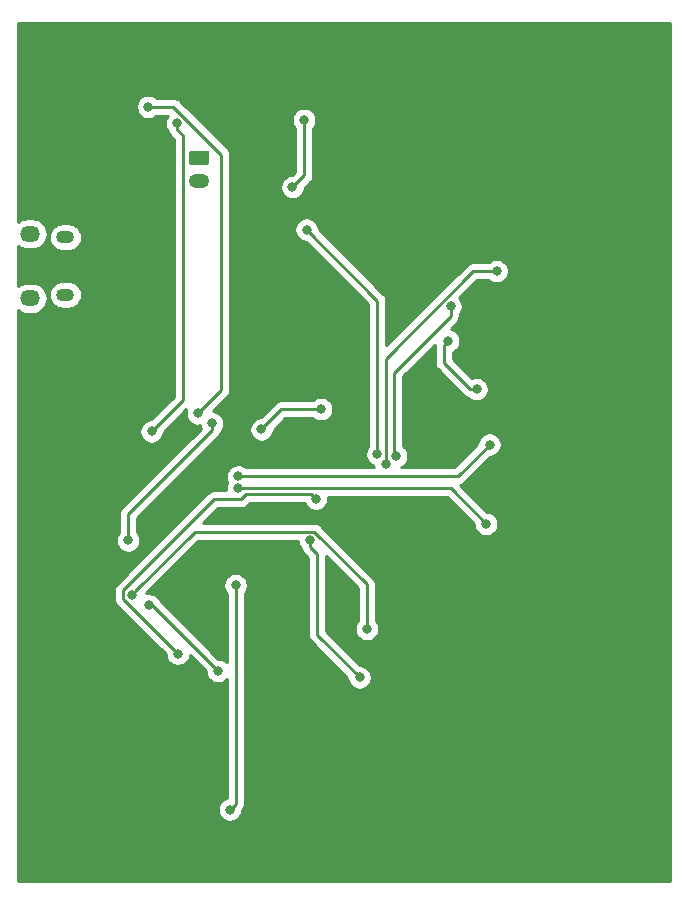
<source format=gbr>
G04 #@! TF.GenerationSoftware,KiCad,Pcbnew,5.1.5-52549c5~84~ubuntu18.04.1*
G04 #@! TF.CreationDate,2020-02-09T17:39:49-05:00*
G04 #@! TF.ProjectId,SoundBoard,536f756e-6442-46f6-9172-642e6b696361,rev?*
G04 #@! TF.SameCoordinates,Original*
G04 #@! TF.FileFunction,Copper,L2,Bot*
G04 #@! TF.FilePolarity,Positive*
%FSLAX46Y46*%
G04 Gerber Fmt 4.6, Leading zero omitted, Abs format (unit mm)*
G04 Created by KiCad (PCBNEW 5.1.5-52549c5~84~ubuntu18.04.1) date 2020-02-09 17:39:49*
%MOMM*%
%LPD*%
G04 APERTURE LIST*
%ADD10O,1.700000X1.350000*%
%ADD11O,1.500000X1.100000*%
%ADD12O,1.750000X1.200000*%
%ADD13C,0.100000*%
%ADD14C,0.800000*%
%ADD15C,0.250000*%
%ADD16C,0.254000*%
G04 APERTURE END LIST*
D10*
X119985000Y-79655000D03*
X119985000Y-74195000D03*
D11*
X122985000Y-79345000D03*
X122985000Y-74505000D03*
D12*
X134300000Y-69750000D03*
G04 #@! TA.AperFunction,ComponentPad*
D13*
G36*
X134949505Y-67151204D02*
G01*
X134973773Y-67154804D01*
X134997572Y-67160765D01*
X135020671Y-67169030D01*
X135042850Y-67179520D01*
X135063893Y-67192132D01*
X135083599Y-67206747D01*
X135101777Y-67223223D01*
X135118253Y-67241401D01*
X135132868Y-67261107D01*
X135145480Y-67282150D01*
X135155970Y-67304329D01*
X135164235Y-67327428D01*
X135170196Y-67351227D01*
X135173796Y-67375495D01*
X135175000Y-67399999D01*
X135175000Y-68100001D01*
X135173796Y-68124505D01*
X135170196Y-68148773D01*
X135164235Y-68172572D01*
X135155970Y-68195671D01*
X135145480Y-68217850D01*
X135132868Y-68238893D01*
X135118253Y-68258599D01*
X135101777Y-68276777D01*
X135083599Y-68293253D01*
X135063893Y-68307868D01*
X135042850Y-68320480D01*
X135020671Y-68330970D01*
X134997572Y-68339235D01*
X134973773Y-68345196D01*
X134949505Y-68348796D01*
X134925001Y-68350000D01*
X133674999Y-68350000D01*
X133650495Y-68348796D01*
X133626227Y-68345196D01*
X133602428Y-68339235D01*
X133579329Y-68330970D01*
X133557150Y-68320480D01*
X133536107Y-68307868D01*
X133516401Y-68293253D01*
X133498223Y-68276777D01*
X133481747Y-68258599D01*
X133467132Y-68238893D01*
X133454520Y-68217850D01*
X133444030Y-68195671D01*
X133435765Y-68172572D01*
X133429804Y-68148773D01*
X133426204Y-68124505D01*
X133425000Y-68100001D01*
X133425000Y-67399999D01*
X133426204Y-67375495D01*
X133429804Y-67351227D01*
X133435765Y-67327428D01*
X133444030Y-67304329D01*
X133454520Y-67282150D01*
X133467132Y-67261107D01*
X133481747Y-67241401D01*
X133498223Y-67223223D01*
X133516401Y-67206747D01*
X133536107Y-67192132D01*
X133557150Y-67179520D01*
X133579329Y-67169030D01*
X133602428Y-67160765D01*
X133626227Y-67154804D01*
X133650495Y-67151204D01*
X133674999Y-67150000D01*
X134925001Y-67150000D01*
X134949505Y-67151204D01*
G37*
G04 #@! TD.AperFunction*
D14*
X172500000Y-101050000D03*
X167100000Y-84350000D03*
X163100000Y-82650000D03*
X163000000Y-77050000D03*
X159300000Y-80150000D03*
X138900000Y-85450000D03*
X122800000Y-106350000D03*
X130100000Y-94150000D03*
X147200000Y-92650000D03*
X144200000Y-112750000D03*
X163000000Y-113950000D03*
X143500000Y-71650000D03*
X142900000Y-75550000D03*
X138700000Y-60750000D03*
X138400000Y-63750000D03*
X135000000Y-63750000D03*
X132087340Y-123562660D03*
X127700000Y-112850000D03*
X127000000Y-107550000D03*
X151800000Y-98850000D03*
X142200000Y-70250000D03*
X143200000Y-64550000D03*
X135400000Y-90250000D03*
X128300000Y-100150000D03*
X137400000Y-103950000D03*
X136900000Y-122950000D03*
X137612651Y-94737346D03*
X158900000Y-92050000D03*
X158600000Y-98750000D03*
X137600000Y-95750000D03*
X148500000Y-107650000D03*
X128600000Y-104750000D03*
X157800000Y-87350000D03*
X155400000Y-83250000D03*
X139575000Y-90750000D03*
X144625000Y-89050000D03*
X135900000Y-111200000D03*
X130050000Y-105650000D03*
X143700000Y-100150000D03*
X147900000Y-111750000D03*
X132500000Y-109750000D03*
X143400000Y-73850001D03*
X144200000Y-96625000D03*
X149400000Y-92850000D03*
X155600000Y-80350000D03*
X150992914Y-93031065D03*
X159500000Y-77350000D03*
X150095769Y-93694547D03*
X134200000Y-89400000D03*
X130000000Y-63450000D03*
X132449990Y-64850000D03*
X130275153Y-90925153D03*
D15*
X167100000Y-84350000D02*
X166700000Y-84750000D01*
X142200000Y-70250000D02*
X143200000Y-69250000D01*
X143200000Y-69250000D02*
X143200000Y-64550000D01*
X135400000Y-90815685D02*
X128300000Y-97915685D01*
X135400000Y-90250000D02*
X135400000Y-90815685D01*
X128300000Y-97915685D02*
X128300000Y-100150000D01*
X137400000Y-103950000D02*
X137400000Y-122450000D01*
X137400000Y-122450000D02*
X136900000Y-122950000D01*
X137612651Y-94737346D02*
X156212654Y-94737346D01*
X156212654Y-94737346D02*
X158900000Y-92050000D01*
X155600000Y-95750000D02*
X138165685Y-95750000D01*
X158600000Y-98750000D02*
X155600000Y-95750000D01*
X138165685Y-95750000D02*
X137600000Y-95750000D01*
X128999999Y-104350001D02*
X128600000Y-104750000D01*
X148500000Y-103876998D02*
X144048001Y-99424999D01*
X148500000Y-107650000D02*
X148500000Y-103876998D01*
X144048001Y-99424999D02*
X133925001Y-99424999D01*
X133925001Y-99424999D02*
X128999999Y-104350001D01*
X157234315Y-87350000D02*
X155000000Y-85115685D01*
X157800000Y-87350000D02*
X157234315Y-87350000D01*
X155000000Y-85115685D02*
X155000000Y-83650000D01*
X155000000Y-83650000D02*
X155400000Y-83250000D01*
X139575000Y-90750000D02*
X141275000Y-89050000D01*
X141275000Y-89050000D02*
X144625000Y-89050000D01*
X135900000Y-111200000D02*
X130350000Y-105650000D01*
X130350000Y-105650000D02*
X130050000Y-105650000D01*
X143700000Y-100715685D02*
X144300000Y-101315685D01*
X143700000Y-100150000D02*
X143700000Y-100715685D01*
X144300000Y-101315685D02*
X144300000Y-108150000D01*
X144300000Y-108150000D02*
X147900000Y-111750000D01*
X149400000Y-79850001D02*
X149400000Y-92284315D01*
X143400000Y-73850001D02*
X149400000Y-79850001D01*
X149400000Y-92284315D02*
X149400000Y-92850000D01*
X143800001Y-96225001D02*
X144200000Y-96625000D01*
X138298001Y-96225001D02*
X143800001Y-96225001D01*
X137848001Y-96675001D02*
X138298001Y-96225001D01*
X132500000Y-109750000D02*
X127874999Y-105124999D01*
X135574999Y-96675001D02*
X137848001Y-96675001D01*
X127874999Y-105124999D02*
X127874999Y-104375001D01*
X127874999Y-104375001D02*
X135574999Y-96675001D01*
X150800000Y-92838151D02*
X150992914Y-93031065D01*
X150800000Y-85950000D02*
X150800000Y-92838151D01*
X155600000Y-80350000D02*
X155600000Y-81150000D01*
X155600000Y-81150000D02*
X150800000Y-85950000D01*
X150095769Y-93128862D02*
X150095769Y-93694547D01*
X159500000Y-77350000D02*
X157526998Y-77350000D01*
X150095769Y-92472767D02*
X150125001Y-92501999D01*
X150095769Y-84781229D02*
X150095769Y-92472767D01*
X150125001Y-92501999D02*
X150125001Y-93099630D01*
X150125001Y-93099630D02*
X150095769Y-93128862D01*
X157526998Y-77350000D02*
X150095769Y-84781229D01*
X132122992Y-63450000D02*
X130000000Y-63450000D01*
X136200000Y-67527008D02*
X132122992Y-63450000D01*
X134200000Y-89400000D02*
X136200000Y-87400000D01*
X136200000Y-87400000D02*
X136200000Y-67527008D01*
X132900000Y-88300306D02*
X130275153Y-90925153D01*
X132449990Y-65415685D02*
X132900000Y-65865695D01*
X132900000Y-65865695D02*
X132900000Y-88300306D01*
X132449990Y-64850000D02*
X132449990Y-65415685D01*
D16*
G36*
X174140001Y-128990000D02*
G01*
X118960000Y-128990000D01*
X118960000Y-104375001D01*
X127111323Y-104375001D01*
X127114999Y-104412323D01*
X127114999Y-105087677D01*
X127111323Y-105124999D01*
X127114999Y-105162321D01*
X127114999Y-105162331D01*
X127125996Y-105273984D01*
X127151407Y-105357753D01*
X127169453Y-105417245D01*
X127240025Y-105549275D01*
X127279870Y-105597825D01*
X127334998Y-105665000D01*
X127364002Y-105688803D01*
X131465000Y-109789802D01*
X131465000Y-109851939D01*
X131504774Y-110051898D01*
X131582795Y-110240256D01*
X131696063Y-110409774D01*
X131840226Y-110553937D01*
X132009744Y-110667205D01*
X132198102Y-110745226D01*
X132398061Y-110785000D01*
X132601939Y-110785000D01*
X132801898Y-110745226D01*
X132990256Y-110667205D01*
X133159774Y-110553937D01*
X133303937Y-110409774D01*
X133417205Y-110240256D01*
X133495226Y-110051898D01*
X133525400Y-109900202D01*
X134865000Y-111239802D01*
X134865000Y-111301939D01*
X134904774Y-111501898D01*
X134982795Y-111690256D01*
X135096063Y-111859774D01*
X135240226Y-112003937D01*
X135409744Y-112117205D01*
X135598102Y-112195226D01*
X135798061Y-112235000D01*
X136001939Y-112235000D01*
X136201898Y-112195226D01*
X136390256Y-112117205D01*
X136559774Y-112003937D01*
X136640000Y-111923711D01*
X136640001Y-121946440D01*
X136598102Y-121954774D01*
X136409744Y-122032795D01*
X136240226Y-122146063D01*
X136096063Y-122290226D01*
X135982795Y-122459744D01*
X135904774Y-122648102D01*
X135865000Y-122848061D01*
X135865000Y-123051939D01*
X135904774Y-123251898D01*
X135982795Y-123440256D01*
X136096063Y-123609774D01*
X136240226Y-123753937D01*
X136409744Y-123867205D01*
X136598102Y-123945226D01*
X136798061Y-123985000D01*
X137001939Y-123985000D01*
X137201898Y-123945226D01*
X137390256Y-123867205D01*
X137559774Y-123753937D01*
X137703937Y-123609774D01*
X137817205Y-123440256D01*
X137895226Y-123251898D01*
X137935000Y-123051939D01*
X137935000Y-122994105D01*
X137940001Y-122990001D01*
X138034974Y-122874276D01*
X138105546Y-122742247D01*
X138149003Y-122598986D01*
X138160000Y-122487333D01*
X138160000Y-122487325D01*
X138163676Y-122450000D01*
X138160000Y-122412675D01*
X138160000Y-104653711D01*
X138203937Y-104609774D01*
X138317205Y-104440256D01*
X138395226Y-104251898D01*
X138435000Y-104051939D01*
X138435000Y-103848061D01*
X138395226Y-103648102D01*
X138317205Y-103459744D01*
X138203937Y-103290226D01*
X138059774Y-103146063D01*
X137890256Y-103032795D01*
X137701898Y-102954774D01*
X137501939Y-102915000D01*
X137298061Y-102915000D01*
X137098102Y-102954774D01*
X136909744Y-103032795D01*
X136740226Y-103146063D01*
X136596063Y-103290226D01*
X136482795Y-103459744D01*
X136404774Y-103648102D01*
X136365000Y-103848061D01*
X136365000Y-104051939D01*
X136404774Y-104251898D01*
X136482795Y-104440256D01*
X136596063Y-104609774D01*
X136640000Y-104653711D01*
X136640000Y-110476289D01*
X136559774Y-110396063D01*
X136390256Y-110282795D01*
X136201898Y-110204774D01*
X136001939Y-110165000D01*
X135939802Y-110165000D01*
X130990299Y-105215498D01*
X130967205Y-105159744D01*
X130853937Y-104990226D01*
X130709774Y-104846063D01*
X130540256Y-104732795D01*
X130351898Y-104654774D01*
X130151939Y-104615000D01*
X129948061Y-104615000D01*
X129775471Y-104649330D01*
X134239803Y-100184999D01*
X142665000Y-100184999D01*
X142665000Y-100251939D01*
X142704774Y-100451898D01*
X142782795Y-100640256D01*
X142896063Y-100809774D01*
X142951013Y-100864724D01*
X142994454Y-101007932D01*
X143002743Y-101023439D01*
X143065026Y-101139961D01*
X143136201Y-101226687D01*
X143160000Y-101255686D01*
X143188998Y-101279484D01*
X143540000Y-101630487D01*
X143540001Y-108112668D01*
X143536324Y-108150000D01*
X143540001Y-108187333D01*
X143550998Y-108298986D01*
X143564180Y-108342442D01*
X143594454Y-108442246D01*
X143665026Y-108574276D01*
X143723254Y-108645226D01*
X143760000Y-108690001D01*
X143788998Y-108713799D01*
X146865000Y-111789802D01*
X146865000Y-111851939D01*
X146904774Y-112051898D01*
X146982795Y-112240256D01*
X147096063Y-112409774D01*
X147240226Y-112553937D01*
X147409744Y-112667205D01*
X147598102Y-112745226D01*
X147798061Y-112785000D01*
X148001939Y-112785000D01*
X148201898Y-112745226D01*
X148390256Y-112667205D01*
X148559774Y-112553937D01*
X148703937Y-112409774D01*
X148817205Y-112240256D01*
X148895226Y-112051898D01*
X148935000Y-111851939D01*
X148935000Y-111648061D01*
X148895226Y-111448102D01*
X148817205Y-111259744D01*
X148703937Y-111090226D01*
X148559774Y-110946063D01*
X148390256Y-110832795D01*
X148201898Y-110754774D01*
X148001939Y-110715000D01*
X147939802Y-110715000D01*
X145060000Y-107835199D01*
X145060000Y-101511799D01*
X147740001Y-104191801D01*
X147740000Y-106946289D01*
X147696063Y-106990226D01*
X147582795Y-107159744D01*
X147504774Y-107348102D01*
X147465000Y-107548061D01*
X147465000Y-107751939D01*
X147504774Y-107951898D01*
X147582795Y-108140256D01*
X147696063Y-108309774D01*
X147840226Y-108453937D01*
X148009744Y-108567205D01*
X148198102Y-108645226D01*
X148398061Y-108685000D01*
X148601939Y-108685000D01*
X148801898Y-108645226D01*
X148990256Y-108567205D01*
X149159774Y-108453937D01*
X149303937Y-108309774D01*
X149417205Y-108140256D01*
X149495226Y-107951898D01*
X149535000Y-107751939D01*
X149535000Y-107548061D01*
X149495226Y-107348102D01*
X149417205Y-107159744D01*
X149303937Y-106990226D01*
X149260000Y-106946289D01*
X149260000Y-103914320D01*
X149263676Y-103876997D01*
X149260000Y-103839674D01*
X149260000Y-103839665D01*
X149249003Y-103728012D01*
X149205546Y-103584751D01*
X149134974Y-103452722D01*
X149040001Y-103336997D01*
X149011003Y-103313199D01*
X144611805Y-98914002D01*
X144588002Y-98884998D01*
X144472277Y-98790025D01*
X144340248Y-98719453D01*
X144196987Y-98675996D01*
X144085334Y-98664999D01*
X144085323Y-98664999D01*
X144048001Y-98661323D01*
X144010679Y-98664999D01*
X134659804Y-98664999D01*
X135889802Y-97435001D01*
X137810679Y-97435001D01*
X137848001Y-97438677D01*
X137885323Y-97435001D01*
X137885334Y-97435001D01*
X137996987Y-97424004D01*
X138140248Y-97380547D01*
X138272277Y-97309975D01*
X138388002Y-97215002D01*
X138411805Y-97185998D01*
X138612802Y-96985001D01*
X143228841Y-96985001D01*
X143282795Y-97115256D01*
X143396063Y-97284774D01*
X143540226Y-97428937D01*
X143709744Y-97542205D01*
X143898102Y-97620226D01*
X144098061Y-97660000D01*
X144301939Y-97660000D01*
X144501898Y-97620226D01*
X144690256Y-97542205D01*
X144859774Y-97428937D01*
X145003937Y-97284774D01*
X145117205Y-97115256D01*
X145195226Y-96926898D01*
X145235000Y-96726939D01*
X145235000Y-96523061D01*
X145232402Y-96510000D01*
X155285199Y-96510000D01*
X157565000Y-98789802D01*
X157565000Y-98851939D01*
X157604774Y-99051898D01*
X157682795Y-99240256D01*
X157796063Y-99409774D01*
X157940226Y-99553937D01*
X158109744Y-99667205D01*
X158298102Y-99745226D01*
X158498061Y-99785000D01*
X158701939Y-99785000D01*
X158901898Y-99745226D01*
X159090256Y-99667205D01*
X159259774Y-99553937D01*
X159403937Y-99409774D01*
X159517205Y-99240256D01*
X159595226Y-99051898D01*
X159635000Y-98851939D01*
X159635000Y-98648061D01*
X159595226Y-98448102D01*
X159517205Y-98259744D01*
X159403937Y-98090226D01*
X159259774Y-97946063D01*
X159090256Y-97832795D01*
X158901898Y-97754774D01*
X158701939Y-97715000D01*
X158639802Y-97715000D01*
X156399627Y-95474826D01*
X156504901Y-95442892D01*
X156636930Y-95372320D01*
X156752655Y-95277347D01*
X156776458Y-95248343D01*
X158939802Y-93085000D01*
X159001939Y-93085000D01*
X159201898Y-93045226D01*
X159390256Y-92967205D01*
X159559774Y-92853937D01*
X159703937Y-92709774D01*
X159817205Y-92540256D01*
X159895226Y-92351898D01*
X159935000Y-92151939D01*
X159935000Y-91948061D01*
X159895226Y-91748102D01*
X159817205Y-91559744D01*
X159703937Y-91390226D01*
X159559774Y-91246063D01*
X159390256Y-91132795D01*
X159201898Y-91054774D01*
X159001939Y-91015000D01*
X158798061Y-91015000D01*
X158598102Y-91054774D01*
X158409744Y-91132795D01*
X158240226Y-91246063D01*
X158096063Y-91390226D01*
X157982795Y-91559744D01*
X157904774Y-91748102D01*
X157865000Y-91948061D01*
X157865000Y-92010198D01*
X155897853Y-93977346D01*
X151412975Y-93977346D01*
X151483170Y-93948270D01*
X151652688Y-93835002D01*
X151796851Y-93690839D01*
X151910119Y-93521321D01*
X151988140Y-93332963D01*
X152027914Y-93133004D01*
X152027914Y-92929126D01*
X151988140Y-92729167D01*
X151910119Y-92540809D01*
X151796851Y-92371291D01*
X151652688Y-92227128D01*
X151560000Y-92165196D01*
X151560000Y-86264801D01*
X154243046Y-83581756D01*
X154236324Y-83650000D01*
X154240001Y-83687332D01*
X154240000Y-85078362D01*
X154236324Y-85115685D01*
X154240000Y-85153007D01*
X154240000Y-85153017D01*
X154250997Y-85264670D01*
X154275373Y-85345028D01*
X154294454Y-85407931D01*
X154365026Y-85539961D01*
X154404871Y-85588511D01*
X154459999Y-85655686D01*
X154489003Y-85679489D01*
X156670516Y-87861003D01*
X156694314Y-87890001D01*
X156723312Y-87913799D01*
X156810039Y-87984974D01*
X156942068Y-88055546D01*
X157085276Y-88098987D01*
X157140226Y-88153937D01*
X157309744Y-88267205D01*
X157498102Y-88345226D01*
X157698061Y-88385000D01*
X157901939Y-88385000D01*
X158101898Y-88345226D01*
X158290256Y-88267205D01*
X158459774Y-88153937D01*
X158603937Y-88009774D01*
X158717205Y-87840256D01*
X158795226Y-87651898D01*
X158835000Y-87451939D01*
X158835000Y-87248061D01*
X158795226Y-87048102D01*
X158717205Y-86859744D01*
X158603937Y-86690226D01*
X158459774Y-86546063D01*
X158290256Y-86432795D01*
X158101898Y-86354774D01*
X157901939Y-86315000D01*
X157698061Y-86315000D01*
X157498102Y-86354774D01*
X157367845Y-86408728D01*
X155760000Y-84800884D01*
X155760000Y-84221159D01*
X155890256Y-84167205D01*
X156059774Y-84053937D01*
X156203937Y-83909774D01*
X156317205Y-83740256D01*
X156395226Y-83551898D01*
X156435000Y-83351939D01*
X156435000Y-83148061D01*
X156395226Y-82948102D01*
X156317205Y-82759744D01*
X156203937Y-82590226D01*
X156059774Y-82446063D01*
X155890256Y-82332795D01*
X155701898Y-82254774D01*
X155591906Y-82232895D01*
X156111003Y-81713799D01*
X156140001Y-81690001D01*
X156166332Y-81657917D01*
X156234974Y-81574277D01*
X156305546Y-81442247D01*
X156322911Y-81385000D01*
X156349003Y-81298986D01*
X156360000Y-81187333D01*
X156360000Y-81187324D01*
X156363676Y-81150001D01*
X156360000Y-81112678D01*
X156360000Y-81053711D01*
X156403937Y-81009774D01*
X156517205Y-80840256D01*
X156595226Y-80651898D01*
X156635000Y-80451939D01*
X156635000Y-80248061D01*
X156595226Y-80048102D01*
X156517205Y-79859744D01*
X156403937Y-79690226D01*
X156332755Y-79619044D01*
X157841800Y-78110000D01*
X158796289Y-78110000D01*
X158840226Y-78153937D01*
X159009744Y-78267205D01*
X159198102Y-78345226D01*
X159398061Y-78385000D01*
X159601939Y-78385000D01*
X159801898Y-78345226D01*
X159990256Y-78267205D01*
X160159774Y-78153937D01*
X160303937Y-78009774D01*
X160417205Y-77840256D01*
X160495226Y-77651898D01*
X160535000Y-77451939D01*
X160535000Y-77248061D01*
X160495226Y-77048102D01*
X160417205Y-76859744D01*
X160303937Y-76690226D01*
X160159774Y-76546063D01*
X159990256Y-76432795D01*
X159801898Y-76354774D01*
X159601939Y-76315000D01*
X159398061Y-76315000D01*
X159198102Y-76354774D01*
X159009744Y-76432795D01*
X158840226Y-76546063D01*
X158796289Y-76590000D01*
X157564321Y-76590000D01*
X157526998Y-76586324D01*
X157489675Y-76590000D01*
X157489665Y-76590000D01*
X157378012Y-76600997D01*
X157234751Y-76644454D01*
X157102722Y-76715026D01*
X156986997Y-76809999D01*
X156963199Y-76838997D01*
X150160000Y-83642197D01*
X150160000Y-79887323D01*
X150163676Y-79850000D01*
X150160000Y-79812677D01*
X150160000Y-79812668D01*
X150149003Y-79701015D01*
X150105546Y-79557754D01*
X150034974Y-79425725D01*
X150012381Y-79398195D01*
X149963799Y-79338997D01*
X149963795Y-79338993D01*
X149940001Y-79310000D01*
X149911009Y-79286207D01*
X144435000Y-73810200D01*
X144435000Y-73748062D01*
X144395226Y-73548103D01*
X144317205Y-73359745D01*
X144203937Y-73190227D01*
X144059774Y-73046064D01*
X143890256Y-72932796D01*
X143701898Y-72854775D01*
X143501939Y-72815001D01*
X143298061Y-72815001D01*
X143098102Y-72854775D01*
X142909744Y-72932796D01*
X142740226Y-73046064D01*
X142596063Y-73190227D01*
X142482795Y-73359745D01*
X142404774Y-73548103D01*
X142365000Y-73748062D01*
X142365000Y-73951940D01*
X142404774Y-74151899D01*
X142482795Y-74340257D01*
X142596063Y-74509775D01*
X142740226Y-74653938D01*
X142909744Y-74767206D01*
X143098102Y-74845227D01*
X143298061Y-74885001D01*
X143360199Y-74885001D01*
X148640000Y-80164804D01*
X148640001Y-92146288D01*
X148596063Y-92190226D01*
X148482795Y-92359744D01*
X148404774Y-92548102D01*
X148365000Y-92748061D01*
X148365000Y-92951939D01*
X148404774Y-93151898D01*
X148482795Y-93340256D01*
X148596063Y-93509774D01*
X148740226Y-93653937D01*
X148909744Y-93767205D01*
X149067982Y-93832750D01*
X149096744Y-93977346D01*
X138316362Y-93977346D01*
X138272425Y-93933409D01*
X138102907Y-93820141D01*
X137914549Y-93742120D01*
X137714590Y-93702346D01*
X137510712Y-93702346D01*
X137310753Y-93742120D01*
X137122395Y-93820141D01*
X136952877Y-93933409D01*
X136808714Y-94077572D01*
X136695446Y-94247090D01*
X136617425Y-94435448D01*
X136577651Y-94635407D01*
X136577651Y-94839285D01*
X136617425Y-95039244D01*
X136695446Y-95227602D01*
X136699859Y-95234206D01*
X136682795Y-95259744D01*
X136604774Y-95448102D01*
X136565000Y-95648061D01*
X136565000Y-95851939D01*
X136577544Y-95915001D01*
X135612321Y-95915001D01*
X135574998Y-95911325D01*
X135537675Y-95915001D01*
X135537666Y-95915001D01*
X135426013Y-95925998D01*
X135282752Y-95969455D01*
X135150723Y-96040027D01*
X135150721Y-96040028D01*
X135150722Y-96040028D01*
X135063995Y-96111202D01*
X135063991Y-96111206D01*
X135034998Y-96135000D01*
X135011204Y-96163993D01*
X127363997Y-103811202D01*
X127334999Y-103835000D01*
X127311201Y-103863998D01*
X127311200Y-103863999D01*
X127240025Y-103950725D01*
X127169453Y-104082755D01*
X127167187Y-104090226D01*
X127125996Y-104226015D01*
X127114999Y-104337668D01*
X127114999Y-104337679D01*
X127111323Y-104375001D01*
X118960000Y-104375001D01*
X118960000Y-100048061D01*
X127265000Y-100048061D01*
X127265000Y-100251939D01*
X127304774Y-100451898D01*
X127382795Y-100640256D01*
X127496063Y-100809774D01*
X127640226Y-100953937D01*
X127809744Y-101067205D01*
X127998102Y-101145226D01*
X128198061Y-101185000D01*
X128401939Y-101185000D01*
X128601898Y-101145226D01*
X128790256Y-101067205D01*
X128959774Y-100953937D01*
X129103937Y-100809774D01*
X129217205Y-100640256D01*
X129295226Y-100451898D01*
X129335000Y-100251939D01*
X129335000Y-100048061D01*
X129295226Y-99848102D01*
X129217205Y-99659744D01*
X129103937Y-99490226D01*
X129060000Y-99446289D01*
X129060000Y-98230486D01*
X135911003Y-91379484D01*
X135940001Y-91355686D01*
X136034974Y-91239961D01*
X136105546Y-91107932D01*
X136148987Y-90964724D01*
X136203937Y-90909774D01*
X136317205Y-90740256D01*
X136355393Y-90648061D01*
X138540000Y-90648061D01*
X138540000Y-90851939D01*
X138579774Y-91051898D01*
X138657795Y-91240256D01*
X138771063Y-91409774D01*
X138915226Y-91553937D01*
X139084744Y-91667205D01*
X139273102Y-91745226D01*
X139473061Y-91785000D01*
X139676939Y-91785000D01*
X139876898Y-91745226D01*
X140065256Y-91667205D01*
X140234774Y-91553937D01*
X140378937Y-91409774D01*
X140492205Y-91240256D01*
X140570226Y-91051898D01*
X140610000Y-90851939D01*
X140610000Y-90789801D01*
X141589802Y-89810000D01*
X143921289Y-89810000D01*
X143965226Y-89853937D01*
X144134744Y-89967205D01*
X144323102Y-90045226D01*
X144523061Y-90085000D01*
X144726939Y-90085000D01*
X144926898Y-90045226D01*
X145115256Y-89967205D01*
X145284774Y-89853937D01*
X145428937Y-89709774D01*
X145542205Y-89540256D01*
X145620226Y-89351898D01*
X145660000Y-89151939D01*
X145660000Y-88948061D01*
X145620226Y-88748102D01*
X145542205Y-88559744D01*
X145428937Y-88390226D01*
X145284774Y-88246063D01*
X145115256Y-88132795D01*
X144926898Y-88054774D01*
X144726939Y-88015000D01*
X144523061Y-88015000D01*
X144323102Y-88054774D01*
X144134744Y-88132795D01*
X143965226Y-88246063D01*
X143921289Y-88290000D01*
X141312322Y-88290000D01*
X141274999Y-88286324D01*
X141237676Y-88290000D01*
X141237667Y-88290000D01*
X141126014Y-88300997D01*
X140982753Y-88344454D01*
X140850723Y-88415026D01*
X140768147Y-88482795D01*
X140734999Y-88509999D01*
X140711201Y-88538997D01*
X139535199Y-89715000D01*
X139473061Y-89715000D01*
X139273102Y-89754774D01*
X139084744Y-89832795D01*
X138915226Y-89946063D01*
X138771063Y-90090226D01*
X138657795Y-90259744D01*
X138579774Y-90448102D01*
X138540000Y-90648061D01*
X136355393Y-90648061D01*
X136395226Y-90551898D01*
X136435000Y-90351939D01*
X136435000Y-90148061D01*
X136395226Y-89948102D01*
X136317205Y-89759744D01*
X136203937Y-89590226D01*
X136059774Y-89446063D01*
X135890256Y-89332795D01*
X135701898Y-89254774D01*
X135501939Y-89215000D01*
X135459801Y-89215000D01*
X136711004Y-87963798D01*
X136740001Y-87940001D01*
X136821860Y-87840256D01*
X136834974Y-87824277D01*
X136905546Y-87692247D01*
X136913710Y-87665333D01*
X136949003Y-87548986D01*
X136960000Y-87437333D01*
X136960000Y-87437324D01*
X136963676Y-87400001D01*
X136960000Y-87362678D01*
X136960000Y-70148061D01*
X141165000Y-70148061D01*
X141165000Y-70351939D01*
X141204774Y-70551898D01*
X141282795Y-70740256D01*
X141396063Y-70909774D01*
X141540226Y-71053937D01*
X141709744Y-71167205D01*
X141898102Y-71245226D01*
X142098061Y-71285000D01*
X142301939Y-71285000D01*
X142501898Y-71245226D01*
X142690256Y-71167205D01*
X142859774Y-71053937D01*
X143003937Y-70909774D01*
X143117205Y-70740256D01*
X143195226Y-70551898D01*
X143235000Y-70351939D01*
X143235000Y-70289801D01*
X143711004Y-69813798D01*
X143740001Y-69790001D01*
X143834974Y-69674276D01*
X143905546Y-69542247D01*
X143949003Y-69398986D01*
X143960000Y-69287333D01*
X143960000Y-69287332D01*
X143963677Y-69250000D01*
X143960000Y-69212667D01*
X143960000Y-65253711D01*
X144003937Y-65209774D01*
X144117205Y-65040256D01*
X144195226Y-64851898D01*
X144235000Y-64651939D01*
X144235000Y-64448061D01*
X144195226Y-64248102D01*
X144117205Y-64059744D01*
X144003937Y-63890226D01*
X143859774Y-63746063D01*
X143690256Y-63632795D01*
X143501898Y-63554774D01*
X143301939Y-63515000D01*
X143098061Y-63515000D01*
X142898102Y-63554774D01*
X142709744Y-63632795D01*
X142540226Y-63746063D01*
X142396063Y-63890226D01*
X142282795Y-64059744D01*
X142204774Y-64248102D01*
X142165000Y-64448061D01*
X142165000Y-64651939D01*
X142204774Y-64851898D01*
X142282795Y-65040256D01*
X142396063Y-65209774D01*
X142440001Y-65253712D01*
X142440000Y-68935198D01*
X142160199Y-69215000D01*
X142098061Y-69215000D01*
X141898102Y-69254774D01*
X141709744Y-69332795D01*
X141540226Y-69446063D01*
X141396063Y-69590226D01*
X141282795Y-69759744D01*
X141204774Y-69948102D01*
X141165000Y-70148061D01*
X136960000Y-70148061D01*
X136960000Y-67564330D01*
X136963676Y-67527007D01*
X136960000Y-67489685D01*
X136960000Y-67489675D01*
X136949003Y-67378022D01*
X136905546Y-67234761D01*
X136901261Y-67226745D01*
X136834974Y-67102731D01*
X136763799Y-67016005D01*
X136740001Y-66987007D01*
X136711003Y-66963209D01*
X132686796Y-62939003D01*
X132662993Y-62909999D01*
X132547268Y-62815026D01*
X132415239Y-62744454D01*
X132271978Y-62700997D01*
X132160325Y-62690000D01*
X132160314Y-62690000D01*
X132122992Y-62686324D01*
X132085670Y-62690000D01*
X130703711Y-62690000D01*
X130659774Y-62646063D01*
X130490256Y-62532795D01*
X130301898Y-62454774D01*
X130101939Y-62415000D01*
X129898061Y-62415000D01*
X129698102Y-62454774D01*
X129509744Y-62532795D01*
X129340226Y-62646063D01*
X129196063Y-62790226D01*
X129082795Y-62959744D01*
X129004774Y-63148102D01*
X128965000Y-63348061D01*
X128965000Y-63551939D01*
X129004774Y-63751898D01*
X129082795Y-63940256D01*
X129196063Y-64109774D01*
X129340226Y-64253937D01*
X129509744Y-64367205D01*
X129698102Y-64445226D01*
X129898061Y-64485000D01*
X130101939Y-64485000D01*
X130301898Y-64445226D01*
X130490256Y-64367205D01*
X130659774Y-64253937D01*
X130703711Y-64210000D01*
X131632840Y-64210000D01*
X131532785Y-64359744D01*
X131454764Y-64548102D01*
X131414990Y-64748061D01*
X131414990Y-64951939D01*
X131454764Y-65151898D01*
X131532785Y-65340256D01*
X131646053Y-65509774D01*
X131701003Y-65564724D01*
X131744444Y-65707932D01*
X131769027Y-65753921D01*
X131815016Y-65839961D01*
X131886191Y-65926687D01*
X131909990Y-65955686D01*
X131938988Y-65979484D01*
X132140000Y-66180496D01*
X132140001Y-87985503D01*
X130235352Y-89890153D01*
X130173214Y-89890153D01*
X129973255Y-89929927D01*
X129784897Y-90007948D01*
X129615379Y-90121216D01*
X129471216Y-90265379D01*
X129357948Y-90434897D01*
X129279927Y-90623255D01*
X129240153Y-90823214D01*
X129240153Y-91027092D01*
X129279927Y-91227051D01*
X129357948Y-91415409D01*
X129471216Y-91584927D01*
X129615379Y-91729090D01*
X129784897Y-91842358D01*
X129973255Y-91920379D01*
X130173214Y-91960153D01*
X130377092Y-91960153D01*
X130577051Y-91920379D01*
X130765409Y-91842358D01*
X130934927Y-91729090D01*
X131079090Y-91584927D01*
X131192358Y-91415409D01*
X131270379Y-91227051D01*
X131310153Y-91027092D01*
X131310153Y-90964954D01*
X133224409Y-89050699D01*
X133204774Y-89098102D01*
X133165000Y-89298061D01*
X133165000Y-89501939D01*
X133204774Y-89701898D01*
X133282795Y-89890256D01*
X133396063Y-90059774D01*
X133540226Y-90203937D01*
X133709744Y-90317205D01*
X133898102Y-90395226D01*
X134098061Y-90435000D01*
X134301939Y-90435000D01*
X134378493Y-90419773D01*
X134404774Y-90551898D01*
X134458728Y-90682155D01*
X127789003Y-97351881D01*
X127759999Y-97375684D01*
X127704871Y-97442859D01*
X127665026Y-97491409D01*
X127637875Y-97542205D01*
X127594454Y-97623439D01*
X127550997Y-97766700D01*
X127540000Y-97878353D01*
X127540000Y-97878363D01*
X127536324Y-97915685D01*
X127540000Y-97953008D01*
X127540001Y-99446288D01*
X127496063Y-99490226D01*
X127382795Y-99659744D01*
X127304774Y-99848102D01*
X127265000Y-100048061D01*
X118960000Y-100048061D01*
X118960000Y-80652096D01*
X119078682Y-80749495D01*
X119306259Y-80871138D01*
X119553195Y-80946045D01*
X119745649Y-80965000D01*
X120224351Y-80965000D01*
X120416805Y-80946045D01*
X120663741Y-80871138D01*
X120891318Y-80749495D01*
X121090792Y-80585792D01*
X121254495Y-80386318D01*
X121376138Y-80158741D01*
X121451045Y-79911805D01*
X121476338Y-79655000D01*
X121451045Y-79398195D01*
X121434909Y-79345000D01*
X121594267Y-79345000D01*
X121617147Y-79577300D01*
X121684906Y-79800674D01*
X121794942Y-80006536D01*
X121943025Y-80186975D01*
X122123464Y-80335058D01*
X122329326Y-80445094D01*
X122552700Y-80512853D01*
X122726793Y-80530000D01*
X123243207Y-80530000D01*
X123417300Y-80512853D01*
X123640674Y-80445094D01*
X123846536Y-80335058D01*
X124026975Y-80186975D01*
X124175058Y-80006536D01*
X124285094Y-79800674D01*
X124352853Y-79577300D01*
X124375733Y-79345000D01*
X124352853Y-79112700D01*
X124285094Y-78889326D01*
X124175058Y-78683464D01*
X124026975Y-78503025D01*
X123846536Y-78354942D01*
X123640674Y-78244906D01*
X123417300Y-78177147D01*
X123243207Y-78160000D01*
X122726793Y-78160000D01*
X122552700Y-78177147D01*
X122329326Y-78244906D01*
X122123464Y-78354942D01*
X121943025Y-78503025D01*
X121794942Y-78683464D01*
X121684906Y-78889326D01*
X121617147Y-79112700D01*
X121594267Y-79345000D01*
X121434909Y-79345000D01*
X121376138Y-79151259D01*
X121254495Y-78923682D01*
X121090792Y-78724208D01*
X120891318Y-78560505D01*
X120663741Y-78438862D01*
X120416805Y-78363955D01*
X120224351Y-78345000D01*
X119745649Y-78345000D01*
X119553195Y-78363955D01*
X119306259Y-78438862D01*
X119078682Y-78560505D01*
X118960000Y-78657904D01*
X118960000Y-75192096D01*
X119078682Y-75289495D01*
X119306259Y-75411138D01*
X119553195Y-75486045D01*
X119745649Y-75505000D01*
X120224351Y-75505000D01*
X120416805Y-75486045D01*
X120663741Y-75411138D01*
X120891318Y-75289495D01*
X121090792Y-75125792D01*
X121254495Y-74926318D01*
X121376138Y-74698741D01*
X121434908Y-74505000D01*
X121594267Y-74505000D01*
X121617147Y-74737300D01*
X121684906Y-74960674D01*
X121794942Y-75166536D01*
X121943025Y-75346975D01*
X122123464Y-75495058D01*
X122329326Y-75605094D01*
X122552700Y-75672853D01*
X122726793Y-75690000D01*
X123243207Y-75690000D01*
X123417300Y-75672853D01*
X123640674Y-75605094D01*
X123846536Y-75495058D01*
X124026975Y-75346975D01*
X124175058Y-75166536D01*
X124285094Y-74960674D01*
X124352853Y-74737300D01*
X124375733Y-74505000D01*
X124352853Y-74272700D01*
X124285094Y-74049326D01*
X124175058Y-73843464D01*
X124026975Y-73663025D01*
X123846536Y-73514942D01*
X123640674Y-73404906D01*
X123417300Y-73337147D01*
X123243207Y-73320000D01*
X122726793Y-73320000D01*
X122552700Y-73337147D01*
X122329326Y-73404906D01*
X122123464Y-73514942D01*
X121943025Y-73663025D01*
X121794942Y-73843464D01*
X121684906Y-74049326D01*
X121617147Y-74272700D01*
X121594267Y-74505000D01*
X121434908Y-74505000D01*
X121451045Y-74451805D01*
X121476338Y-74195000D01*
X121451045Y-73938195D01*
X121376138Y-73691259D01*
X121254495Y-73463682D01*
X121090792Y-73264208D01*
X120891318Y-73100505D01*
X120663741Y-72978862D01*
X120416805Y-72903955D01*
X120224351Y-72885000D01*
X119745649Y-72885000D01*
X119553195Y-72903955D01*
X119306259Y-72978862D01*
X119078682Y-73100505D01*
X118960000Y-73197904D01*
X118960000Y-56310000D01*
X174140000Y-56310000D01*
X174140001Y-128990000D01*
G37*
X174140001Y-128990000D02*
X118960000Y-128990000D01*
X118960000Y-104375001D01*
X127111323Y-104375001D01*
X127114999Y-104412323D01*
X127114999Y-105087677D01*
X127111323Y-105124999D01*
X127114999Y-105162321D01*
X127114999Y-105162331D01*
X127125996Y-105273984D01*
X127151407Y-105357753D01*
X127169453Y-105417245D01*
X127240025Y-105549275D01*
X127279870Y-105597825D01*
X127334998Y-105665000D01*
X127364002Y-105688803D01*
X131465000Y-109789802D01*
X131465000Y-109851939D01*
X131504774Y-110051898D01*
X131582795Y-110240256D01*
X131696063Y-110409774D01*
X131840226Y-110553937D01*
X132009744Y-110667205D01*
X132198102Y-110745226D01*
X132398061Y-110785000D01*
X132601939Y-110785000D01*
X132801898Y-110745226D01*
X132990256Y-110667205D01*
X133159774Y-110553937D01*
X133303937Y-110409774D01*
X133417205Y-110240256D01*
X133495226Y-110051898D01*
X133525400Y-109900202D01*
X134865000Y-111239802D01*
X134865000Y-111301939D01*
X134904774Y-111501898D01*
X134982795Y-111690256D01*
X135096063Y-111859774D01*
X135240226Y-112003937D01*
X135409744Y-112117205D01*
X135598102Y-112195226D01*
X135798061Y-112235000D01*
X136001939Y-112235000D01*
X136201898Y-112195226D01*
X136390256Y-112117205D01*
X136559774Y-112003937D01*
X136640000Y-111923711D01*
X136640001Y-121946440D01*
X136598102Y-121954774D01*
X136409744Y-122032795D01*
X136240226Y-122146063D01*
X136096063Y-122290226D01*
X135982795Y-122459744D01*
X135904774Y-122648102D01*
X135865000Y-122848061D01*
X135865000Y-123051939D01*
X135904774Y-123251898D01*
X135982795Y-123440256D01*
X136096063Y-123609774D01*
X136240226Y-123753937D01*
X136409744Y-123867205D01*
X136598102Y-123945226D01*
X136798061Y-123985000D01*
X137001939Y-123985000D01*
X137201898Y-123945226D01*
X137390256Y-123867205D01*
X137559774Y-123753937D01*
X137703937Y-123609774D01*
X137817205Y-123440256D01*
X137895226Y-123251898D01*
X137935000Y-123051939D01*
X137935000Y-122994105D01*
X137940001Y-122990001D01*
X138034974Y-122874276D01*
X138105546Y-122742247D01*
X138149003Y-122598986D01*
X138160000Y-122487333D01*
X138160000Y-122487325D01*
X138163676Y-122450000D01*
X138160000Y-122412675D01*
X138160000Y-104653711D01*
X138203937Y-104609774D01*
X138317205Y-104440256D01*
X138395226Y-104251898D01*
X138435000Y-104051939D01*
X138435000Y-103848061D01*
X138395226Y-103648102D01*
X138317205Y-103459744D01*
X138203937Y-103290226D01*
X138059774Y-103146063D01*
X137890256Y-103032795D01*
X137701898Y-102954774D01*
X137501939Y-102915000D01*
X137298061Y-102915000D01*
X137098102Y-102954774D01*
X136909744Y-103032795D01*
X136740226Y-103146063D01*
X136596063Y-103290226D01*
X136482795Y-103459744D01*
X136404774Y-103648102D01*
X136365000Y-103848061D01*
X136365000Y-104051939D01*
X136404774Y-104251898D01*
X136482795Y-104440256D01*
X136596063Y-104609774D01*
X136640000Y-104653711D01*
X136640000Y-110476289D01*
X136559774Y-110396063D01*
X136390256Y-110282795D01*
X136201898Y-110204774D01*
X136001939Y-110165000D01*
X135939802Y-110165000D01*
X130990299Y-105215498D01*
X130967205Y-105159744D01*
X130853937Y-104990226D01*
X130709774Y-104846063D01*
X130540256Y-104732795D01*
X130351898Y-104654774D01*
X130151939Y-104615000D01*
X129948061Y-104615000D01*
X129775471Y-104649330D01*
X134239803Y-100184999D01*
X142665000Y-100184999D01*
X142665000Y-100251939D01*
X142704774Y-100451898D01*
X142782795Y-100640256D01*
X142896063Y-100809774D01*
X142951013Y-100864724D01*
X142994454Y-101007932D01*
X143002743Y-101023439D01*
X143065026Y-101139961D01*
X143136201Y-101226687D01*
X143160000Y-101255686D01*
X143188998Y-101279484D01*
X143540000Y-101630487D01*
X143540001Y-108112668D01*
X143536324Y-108150000D01*
X143540001Y-108187333D01*
X143550998Y-108298986D01*
X143564180Y-108342442D01*
X143594454Y-108442246D01*
X143665026Y-108574276D01*
X143723254Y-108645226D01*
X143760000Y-108690001D01*
X143788998Y-108713799D01*
X146865000Y-111789802D01*
X146865000Y-111851939D01*
X146904774Y-112051898D01*
X146982795Y-112240256D01*
X147096063Y-112409774D01*
X147240226Y-112553937D01*
X147409744Y-112667205D01*
X147598102Y-112745226D01*
X147798061Y-112785000D01*
X148001939Y-112785000D01*
X148201898Y-112745226D01*
X148390256Y-112667205D01*
X148559774Y-112553937D01*
X148703937Y-112409774D01*
X148817205Y-112240256D01*
X148895226Y-112051898D01*
X148935000Y-111851939D01*
X148935000Y-111648061D01*
X148895226Y-111448102D01*
X148817205Y-111259744D01*
X148703937Y-111090226D01*
X148559774Y-110946063D01*
X148390256Y-110832795D01*
X148201898Y-110754774D01*
X148001939Y-110715000D01*
X147939802Y-110715000D01*
X145060000Y-107835199D01*
X145060000Y-101511799D01*
X147740001Y-104191801D01*
X147740000Y-106946289D01*
X147696063Y-106990226D01*
X147582795Y-107159744D01*
X147504774Y-107348102D01*
X147465000Y-107548061D01*
X147465000Y-107751939D01*
X147504774Y-107951898D01*
X147582795Y-108140256D01*
X147696063Y-108309774D01*
X147840226Y-108453937D01*
X148009744Y-108567205D01*
X148198102Y-108645226D01*
X148398061Y-108685000D01*
X148601939Y-108685000D01*
X148801898Y-108645226D01*
X148990256Y-108567205D01*
X149159774Y-108453937D01*
X149303937Y-108309774D01*
X149417205Y-108140256D01*
X149495226Y-107951898D01*
X149535000Y-107751939D01*
X149535000Y-107548061D01*
X149495226Y-107348102D01*
X149417205Y-107159744D01*
X149303937Y-106990226D01*
X149260000Y-106946289D01*
X149260000Y-103914320D01*
X149263676Y-103876997D01*
X149260000Y-103839674D01*
X149260000Y-103839665D01*
X149249003Y-103728012D01*
X149205546Y-103584751D01*
X149134974Y-103452722D01*
X149040001Y-103336997D01*
X149011003Y-103313199D01*
X144611805Y-98914002D01*
X144588002Y-98884998D01*
X144472277Y-98790025D01*
X144340248Y-98719453D01*
X144196987Y-98675996D01*
X144085334Y-98664999D01*
X144085323Y-98664999D01*
X144048001Y-98661323D01*
X144010679Y-98664999D01*
X134659804Y-98664999D01*
X135889802Y-97435001D01*
X137810679Y-97435001D01*
X137848001Y-97438677D01*
X137885323Y-97435001D01*
X137885334Y-97435001D01*
X137996987Y-97424004D01*
X138140248Y-97380547D01*
X138272277Y-97309975D01*
X138388002Y-97215002D01*
X138411805Y-97185998D01*
X138612802Y-96985001D01*
X143228841Y-96985001D01*
X143282795Y-97115256D01*
X143396063Y-97284774D01*
X143540226Y-97428937D01*
X143709744Y-97542205D01*
X143898102Y-97620226D01*
X144098061Y-97660000D01*
X144301939Y-97660000D01*
X144501898Y-97620226D01*
X144690256Y-97542205D01*
X144859774Y-97428937D01*
X145003937Y-97284774D01*
X145117205Y-97115256D01*
X145195226Y-96926898D01*
X145235000Y-96726939D01*
X145235000Y-96523061D01*
X145232402Y-96510000D01*
X155285199Y-96510000D01*
X157565000Y-98789802D01*
X157565000Y-98851939D01*
X157604774Y-99051898D01*
X157682795Y-99240256D01*
X157796063Y-99409774D01*
X157940226Y-99553937D01*
X158109744Y-99667205D01*
X158298102Y-99745226D01*
X158498061Y-99785000D01*
X158701939Y-99785000D01*
X158901898Y-99745226D01*
X159090256Y-99667205D01*
X159259774Y-99553937D01*
X159403937Y-99409774D01*
X159517205Y-99240256D01*
X159595226Y-99051898D01*
X159635000Y-98851939D01*
X159635000Y-98648061D01*
X159595226Y-98448102D01*
X159517205Y-98259744D01*
X159403937Y-98090226D01*
X159259774Y-97946063D01*
X159090256Y-97832795D01*
X158901898Y-97754774D01*
X158701939Y-97715000D01*
X158639802Y-97715000D01*
X156399627Y-95474826D01*
X156504901Y-95442892D01*
X156636930Y-95372320D01*
X156752655Y-95277347D01*
X156776458Y-95248343D01*
X158939802Y-93085000D01*
X159001939Y-93085000D01*
X159201898Y-93045226D01*
X159390256Y-92967205D01*
X159559774Y-92853937D01*
X159703937Y-92709774D01*
X159817205Y-92540256D01*
X159895226Y-92351898D01*
X159935000Y-92151939D01*
X159935000Y-91948061D01*
X159895226Y-91748102D01*
X159817205Y-91559744D01*
X159703937Y-91390226D01*
X159559774Y-91246063D01*
X159390256Y-91132795D01*
X159201898Y-91054774D01*
X159001939Y-91015000D01*
X158798061Y-91015000D01*
X158598102Y-91054774D01*
X158409744Y-91132795D01*
X158240226Y-91246063D01*
X158096063Y-91390226D01*
X157982795Y-91559744D01*
X157904774Y-91748102D01*
X157865000Y-91948061D01*
X157865000Y-92010198D01*
X155897853Y-93977346D01*
X151412975Y-93977346D01*
X151483170Y-93948270D01*
X151652688Y-93835002D01*
X151796851Y-93690839D01*
X151910119Y-93521321D01*
X151988140Y-93332963D01*
X152027914Y-93133004D01*
X152027914Y-92929126D01*
X151988140Y-92729167D01*
X151910119Y-92540809D01*
X151796851Y-92371291D01*
X151652688Y-92227128D01*
X151560000Y-92165196D01*
X151560000Y-86264801D01*
X154243046Y-83581756D01*
X154236324Y-83650000D01*
X154240001Y-83687332D01*
X154240000Y-85078362D01*
X154236324Y-85115685D01*
X154240000Y-85153007D01*
X154240000Y-85153017D01*
X154250997Y-85264670D01*
X154275373Y-85345028D01*
X154294454Y-85407931D01*
X154365026Y-85539961D01*
X154404871Y-85588511D01*
X154459999Y-85655686D01*
X154489003Y-85679489D01*
X156670516Y-87861003D01*
X156694314Y-87890001D01*
X156723312Y-87913799D01*
X156810039Y-87984974D01*
X156942068Y-88055546D01*
X157085276Y-88098987D01*
X157140226Y-88153937D01*
X157309744Y-88267205D01*
X157498102Y-88345226D01*
X157698061Y-88385000D01*
X157901939Y-88385000D01*
X158101898Y-88345226D01*
X158290256Y-88267205D01*
X158459774Y-88153937D01*
X158603937Y-88009774D01*
X158717205Y-87840256D01*
X158795226Y-87651898D01*
X158835000Y-87451939D01*
X158835000Y-87248061D01*
X158795226Y-87048102D01*
X158717205Y-86859744D01*
X158603937Y-86690226D01*
X158459774Y-86546063D01*
X158290256Y-86432795D01*
X158101898Y-86354774D01*
X157901939Y-86315000D01*
X157698061Y-86315000D01*
X157498102Y-86354774D01*
X157367845Y-86408728D01*
X155760000Y-84800884D01*
X155760000Y-84221159D01*
X155890256Y-84167205D01*
X156059774Y-84053937D01*
X156203937Y-83909774D01*
X156317205Y-83740256D01*
X156395226Y-83551898D01*
X156435000Y-83351939D01*
X156435000Y-83148061D01*
X156395226Y-82948102D01*
X156317205Y-82759744D01*
X156203937Y-82590226D01*
X156059774Y-82446063D01*
X155890256Y-82332795D01*
X155701898Y-82254774D01*
X155591906Y-82232895D01*
X156111003Y-81713799D01*
X156140001Y-81690001D01*
X156166332Y-81657917D01*
X156234974Y-81574277D01*
X156305546Y-81442247D01*
X156322911Y-81385000D01*
X156349003Y-81298986D01*
X156360000Y-81187333D01*
X156360000Y-81187324D01*
X156363676Y-81150001D01*
X156360000Y-81112678D01*
X156360000Y-81053711D01*
X156403937Y-81009774D01*
X156517205Y-80840256D01*
X156595226Y-80651898D01*
X156635000Y-80451939D01*
X156635000Y-80248061D01*
X156595226Y-80048102D01*
X156517205Y-79859744D01*
X156403937Y-79690226D01*
X156332755Y-79619044D01*
X157841800Y-78110000D01*
X158796289Y-78110000D01*
X158840226Y-78153937D01*
X159009744Y-78267205D01*
X159198102Y-78345226D01*
X159398061Y-78385000D01*
X159601939Y-78385000D01*
X159801898Y-78345226D01*
X159990256Y-78267205D01*
X160159774Y-78153937D01*
X160303937Y-78009774D01*
X160417205Y-77840256D01*
X160495226Y-77651898D01*
X160535000Y-77451939D01*
X160535000Y-77248061D01*
X160495226Y-77048102D01*
X160417205Y-76859744D01*
X160303937Y-76690226D01*
X160159774Y-76546063D01*
X159990256Y-76432795D01*
X159801898Y-76354774D01*
X159601939Y-76315000D01*
X159398061Y-76315000D01*
X159198102Y-76354774D01*
X159009744Y-76432795D01*
X158840226Y-76546063D01*
X158796289Y-76590000D01*
X157564321Y-76590000D01*
X157526998Y-76586324D01*
X157489675Y-76590000D01*
X157489665Y-76590000D01*
X157378012Y-76600997D01*
X157234751Y-76644454D01*
X157102722Y-76715026D01*
X156986997Y-76809999D01*
X156963199Y-76838997D01*
X150160000Y-83642197D01*
X150160000Y-79887323D01*
X150163676Y-79850000D01*
X150160000Y-79812677D01*
X150160000Y-79812668D01*
X150149003Y-79701015D01*
X150105546Y-79557754D01*
X150034974Y-79425725D01*
X150012381Y-79398195D01*
X149963799Y-79338997D01*
X149963795Y-79338993D01*
X149940001Y-79310000D01*
X149911009Y-79286207D01*
X144435000Y-73810200D01*
X144435000Y-73748062D01*
X144395226Y-73548103D01*
X144317205Y-73359745D01*
X144203937Y-73190227D01*
X144059774Y-73046064D01*
X143890256Y-72932796D01*
X143701898Y-72854775D01*
X143501939Y-72815001D01*
X143298061Y-72815001D01*
X143098102Y-72854775D01*
X142909744Y-72932796D01*
X142740226Y-73046064D01*
X142596063Y-73190227D01*
X142482795Y-73359745D01*
X142404774Y-73548103D01*
X142365000Y-73748062D01*
X142365000Y-73951940D01*
X142404774Y-74151899D01*
X142482795Y-74340257D01*
X142596063Y-74509775D01*
X142740226Y-74653938D01*
X142909744Y-74767206D01*
X143098102Y-74845227D01*
X143298061Y-74885001D01*
X143360199Y-74885001D01*
X148640000Y-80164804D01*
X148640001Y-92146288D01*
X148596063Y-92190226D01*
X148482795Y-92359744D01*
X148404774Y-92548102D01*
X148365000Y-92748061D01*
X148365000Y-92951939D01*
X148404774Y-93151898D01*
X148482795Y-93340256D01*
X148596063Y-93509774D01*
X148740226Y-93653937D01*
X148909744Y-93767205D01*
X149067982Y-93832750D01*
X149096744Y-93977346D01*
X138316362Y-93977346D01*
X138272425Y-93933409D01*
X138102907Y-93820141D01*
X137914549Y-93742120D01*
X137714590Y-93702346D01*
X137510712Y-93702346D01*
X137310753Y-93742120D01*
X137122395Y-93820141D01*
X136952877Y-93933409D01*
X136808714Y-94077572D01*
X136695446Y-94247090D01*
X136617425Y-94435448D01*
X136577651Y-94635407D01*
X136577651Y-94839285D01*
X136617425Y-95039244D01*
X136695446Y-95227602D01*
X136699859Y-95234206D01*
X136682795Y-95259744D01*
X136604774Y-95448102D01*
X136565000Y-95648061D01*
X136565000Y-95851939D01*
X136577544Y-95915001D01*
X135612321Y-95915001D01*
X135574998Y-95911325D01*
X135537675Y-95915001D01*
X135537666Y-95915001D01*
X135426013Y-95925998D01*
X135282752Y-95969455D01*
X135150723Y-96040027D01*
X135150721Y-96040028D01*
X135150722Y-96040028D01*
X135063995Y-96111202D01*
X135063991Y-96111206D01*
X135034998Y-96135000D01*
X135011204Y-96163993D01*
X127363997Y-103811202D01*
X127334999Y-103835000D01*
X127311201Y-103863998D01*
X127311200Y-103863999D01*
X127240025Y-103950725D01*
X127169453Y-104082755D01*
X127167187Y-104090226D01*
X127125996Y-104226015D01*
X127114999Y-104337668D01*
X127114999Y-104337679D01*
X127111323Y-104375001D01*
X118960000Y-104375001D01*
X118960000Y-100048061D01*
X127265000Y-100048061D01*
X127265000Y-100251939D01*
X127304774Y-100451898D01*
X127382795Y-100640256D01*
X127496063Y-100809774D01*
X127640226Y-100953937D01*
X127809744Y-101067205D01*
X127998102Y-101145226D01*
X128198061Y-101185000D01*
X128401939Y-101185000D01*
X128601898Y-101145226D01*
X128790256Y-101067205D01*
X128959774Y-100953937D01*
X129103937Y-100809774D01*
X129217205Y-100640256D01*
X129295226Y-100451898D01*
X129335000Y-100251939D01*
X129335000Y-100048061D01*
X129295226Y-99848102D01*
X129217205Y-99659744D01*
X129103937Y-99490226D01*
X129060000Y-99446289D01*
X129060000Y-98230486D01*
X135911003Y-91379484D01*
X135940001Y-91355686D01*
X136034974Y-91239961D01*
X136105546Y-91107932D01*
X136148987Y-90964724D01*
X136203937Y-90909774D01*
X136317205Y-90740256D01*
X136355393Y-90648061D01*
X138540000Y-90648061D01*
X138540000Y-90851939D01*
X138579774Y-91051898D01*
X138657795Y-91240256D01*
X138771063Y-91409774D01*
X138915226Y-91553937D01*
X139084744Y-91667205D01*
X139273102Y-91745226D01*
X139473061Y-91785000D01*
X139676939Y-91785000D01*
X139876898Y-91745226D01*
X140065256Y-91667205D01*
X140234774Y-91553937D01*
X140378937Y-91409774D01*
X140492205Y-91240256D01*
X140570226Y-91051898D01*
X140610000Y-90851939D01*
X140610000Y-90789801D01*
X141589802Y-89810000D01*
X143921289Y-89810000D01*
X143965226Y-89853937D01*
X144134744Y-89967205D01*
X144323102Y-90045226D01*
X144523061Y-90085000D01*
X144726939Y-90085000D01*
X144926898Y-90045226D01*
X145115256Y-89967205D01*
X145284774Y-89853937D01*
X145428937Y-89709774D01*
X145542205Y-89540256D01*
X145620226Y-89351898D01*
X145660000Y-89151939D01*
X145660000Y-88948061D01*
X145620226Y-88748102D01*
X145542205Y-88559744D01*
X145428937Y-88390226D01*
X145284774Y-88246063D01*
X145115256Y-88132795D01*
X144926898Y-88054774D01*
X144726939Y-88015000D01*
X144523061Y-88015000D01*
X144323102Y-88054774D01*
X144134744Y-88132795D01*
X143965226Y-88246063D01*
X143921289Y-88290000D01*
X141312322Y-88290000D01*
X141274999Y-88286324D01*
X141237676Y-88290000D01*
X141237667Y-88290000D01*
X141126014Y-88300997D01*
X140982753Y-88344454D01*
X140850723Y-88415026D01*
X140768147Y-88482795D01*
X140734999Y-88509999D01*
X140711201Y-88538997D01*
X139535199Y-89715000D01*
X139473061Y-89715000D01*
X139273102Y-89754774D01*
X139084744Y-89832795D01*
X138915226Y-89946063D01*
X138771063Y-90090226D01*
X138657795Y-90259744D01*
X138579774Y-90448102D01*
X138540000Y-90648061D01*
X136355393Y-90648061D01*
X136395226Y-90551898D01*
X136435000Y-90351939D01*
X136435000Y-90148061D01*
X136395226Y-89948102D01*
X136317205Y-89759744D01*
X136203937Y-89590226D01*
X136059774Y-89446063D01*
X135890256Y-89332795D01*
X135701898Y-89254774D01*
X135501939Y-89215000D01*
X135459801Y-89215000D01*
X136711004Y-87963798D01*
X136740001Y-87940001D01*
X136821860Y-87840256D01*
X136834974Y-87824277D01*
X136905546Y-87692247D01*
X136913710Y-87665333D01*
X136949003Y-87548986D01*
X136960000Y-87437333D01*
X136960000Y-87437324D01*
X136963676Y-87400001D01*
X136960000Y-87362678D01*
X136960000Y-70148061D01*
X141165000Y-70148061D01*
X141165000Y-70351939D01*
X141204774Y-70551898D01*
X141282795Y-70740256D01*
X141396063Y-70909774D01*
X141540226Y-71053937D01*
X141709744Y-71167205D01*
X141898102Y-71245226D01*
X142098061Y-71285000D01*
X142301939Y-71285000D01*
X142501898Y-71245226D01*
X142690256Y-71167205D01*
X142859774Y-71053937D01*
X143003937Y-70909774D01*
X143117205Y-70740256D01*
X143195226Y-70551898D01*
X143235000Y-70351939D01*
X143235000Y-70289801D01*
X143711004Y-69813798D01*
X143740001Y-69790001D01*
X143834974Y-69674276D01*
X143905546Y-69542247D01*
X143949003Y-69398986D01*
X143960000Y-69287333D01*
X143960000Y-69287332D01*
X143963677Y-69250000D01*
X143960000Y-69212667D01*
X143960000Y-65253711D01*
X144003937Y-65209774D01*
X144117205Y-65040256D01*
X144195226Y-64851898D01*
X144235000Y-64651939D01*
X144235000Y-64448061D01*
X144195226Y-64248102D01*
X144117205Y-64059744D01*
X144003937Y-63890226D01*
X143859774Y-63746063D01*
X143690256Y-63632795D01*
X143501898Y-63554774D01*
X143301939Y-63515000D01*
X143098061Y-63515000D01*
X142898102Y-63554774D01*
X142709744Y-63632795D01*
X142540226Y-63746063D01*
X142396063Y-63890226D01*
X142282795Y-64059744D01*
X142204774Y-64248102D01*
X142165000Y-64448061D01*
X142165000Y-64651939D01*
X142204774Y-64851898D01*
X142282795Y-65040256D01*
X142396063Y-65209774D01*
X142440001Y-65253712D01*
X142440000Y-68935198D01*
X142160199Y-69215000D01*
X142098061Y-69215000D01*
X141898102Y-69254774D01*
X141709744Y-69332795D01*
X141540226Y-69446063D01*
X141396063Y-69590226D01*
X141282795Y-69759744D01*
X141204774Y-69948102D01*
X141165000Y-70148061D01*
X136960000Y-70148061D01*
X136960000Y-67564330D01*
X136963676Y-67527007D01*
X136960000Y-67489685D01*
X136960000Y-67489675D01*
X136949003Y-67378022D01*
X136905546Y-67234761D01*
X136901261Y-67226745D01*
X136834974Y-67102731D01*
X136763799Y-67016005D01*
X136740001Y-66987007D01*
X136711003Y-66963209D01*
X132686796Y-62939003D01*
X132662993Y-62909999D01*
X132547268Y-62815026D01*
X132415239Y-62744454D01*
X132271978Y-62700997D01*
X132160325Y-62690000D01*
X132160314Y-62690000D01*
X132122992Y-62686324D01*
X132085670Y-62690000D01*
X130703711Y-62690000D01*
X130659774Y-62646063D01*
X130490256Y-62532795D01*
X130301898Y-62454774D01*
X130101939Y-62415000D01*
X129898061Y-62415000D01*
X129698102Y-62454774D01*
X129509744Y-62532795D01*
X129340226Y-62646063D01*
X129196063Y-62790226D01*
X129082795Y-62959744D01*
X129004774Y-63148102D01*
X128965000Y-63348061D01*
X128965000Y-63551939D01*
X129004774Y-63751898D01*
X129082795Y-63940256D01*
X129196063Y-64109774D01*
X129340226Y-64253937D01*
X129509744Y-64367205D01*
X129698102Y-64445226D01*
X129898061Y-64485000D01*
X130101939Y-64485000D01*
X130301898Y-64445226D01*
X130490256Y-64367205D01*
X130659774Y-64253937D01*
X130703711Y-64210000D01*
X131632840Y-64210000D01*
X131532785Y-64359744D01*
X131454764Y-64548102D01*
X131414990Y-64748061D01*
X131414990Y-64951939D01*
X131454764Y-65151898D01*
X131532785Y-65340256D01*
X131646053Y-65509774D01*
X131701003Y-65564724D01*
X131744444Y-65707932D01*
X131769027Y-65753921D01*
X131815016Y-65839961D01*
X131886191Y-65926687D01*
X131909990Y-65955686D01*
X131938988Y-65979484D01*
X132140000Y-66180496D01*
X132140001Y-87985503D01*
X130235352Y-89890153D01*
X130173214Y-89890153D01*
X129973255Y-89929927D01*
X129784897Y-90007948D01*
X129615379Y-90121216D01*
X129471216Y-90265379D01*
X129357948Y-90434897D01*
X129279927Y-90623255D01*
X129240153Y-90823214D01*
X129240153Y-91027092D01*
X129279927Y-91227051D01*
X129357948Y-91415409D01*
X129471216Y-91584927D01*
X129615379Y-91729090D01*
X129784897Y-91842358D01*
X129973255Y-91920379D01*
X130173214Y-91960153D01*
X130377092Y-91960153D01*
X130577051Y-91920379D01*
X130765409Y-91842358D01*
X130934927Y-91729090D01*
X131079090Y-91584927D01*
X131192358Y-91415409D01*
X131270379Y-91227051D01*
X131310153Y-91027092D01*
X131310153Y-90964954D01*
X133224409Y-89050699D01*
X133204774Y-89098102D01*
X133165000Y-89298061D01*
X133165000Y-89501939D01*
X133204774Y-89701898D01*
X133282795Y-89890256D01*
X133396063Y-90059774D01*
X133540226Y-90203937D01*
X133709744Y-90317205D01*
X133898102Y-90395226D01*
X134098061Y-90435000D01*
X134301939Y-90435000D01*
X134378493Y-90419773D01*
X134404774Y-90551898D01*
X134458728Y-90682155D01*
X127789003Y-97351881D01*
X127759999Y-97375684D01*
X127704871Y-97442859D01*
X127665026Y-97491409D01*
X127637875Y-97542205D01*
X127594454Y-97623439D01*
X127550997Y-97766700D01*
X127540000Y-97878353D01*
X127540000Y-97878363D01*
X127536324Y-97915685D01*
X127540000Y-97953008D01*
X127540001Y-99446288D01*
X127496063Y-99490226D01*
X127382795Y-99659744D01*
X127304774Y-99848102D01*
X127265000Y-100048061D01*
X118960000Y-100048061D01*
X118960000Y-80652096D01*
X119078682Y-80749495D01*
X119306259Y-80871138D01*
X119553195Y-80946045D01*
X119745649Y-80965000D01*
X120224351Y-80965000D01*
X120416805Y-80946045D01*
X120663741Y-80871138D01*
X120891318Y-80749495D01*
X121090792Y-80585792D01*
X121254495Y-80386318D01*
X121376138Y-80158741D01*
X121451045Y-79911805D01*
X121476338Y-79655000D01*
X121451045Y-79398195D01*
X121434909Y-79345000D01*
X121594267Y-79345000D01*
X121617147Y-79577300D01*
X121684906Y-79800674D01*
X121794942Y-80006536D01*
X121943025Y-80186975D01*
X122123464Y-80335058D01*
X122329326Y-80445094D01*
X122552700Y-80512853D01*
X122726793Y-80530000D01*
X123243207Y-80530000D01*
X123417300Y-80512853D01*
X123640674Y-80445094D01*
X123846536Y-80335058D01*
X124026975Y-80186975D01*
X124175058Y-80006536D01*
X124285094Y-79800674D01*
X124352853Y-79577300D01*
X124375733Y-79345000D01*
X124352853Y-79112700D01*
X124285094Y-78889326D01*
X124175058Y-78683464D01*
X124026975Y-78503025D01*
X123846536Y-78354942D01*
X123640674Y-78244906D01*
X123417300Y-78177147D01*
X123243207Y-78160000D01*
X122726793Y-78160000D01*
X122552700Y-78177147D01*
X122329326Y-78244906D01*
X122123464Y-78354942D01*
X121943025Y-78503025D01*
X121794942Y-78683464D01*
X121684906Y-78889326D01*
X121617147Y-79112700D01*
X121594267Y-79345000D01*
X121434909Y-79345000D01*
X121376138Y-79151259D01*
X121254495Y-78923682D01*
X121090792Y-78724208D01*
X120891318Y-78560505D01*
X120663741Y-78438862D01*
X120416805Y-78363955D01*
X120224351Y-78345000D01*
X119745649Y-78345000D01*
X119553195Y-78363955D01*
X119306259Y-78438862D01*
X119078682Y-78560505D01*
X118960000Y-78657904D01*
X118960000Y-75192096D01*
X119078682Y-75289495D01*
X119306259Y-75411138D01*
X119553195Y-75486045D01*
X119745649Y-75505000D01*
X120224351Y-75505000D01*
X120416805Y-75486045D01*
X120663741Y-75411138D01*
X120891318Y-75289495D01*
X121090792Y-75125792D01*
X121254495Y-74926318D01*
X121376138Y-74698741D01*
X121434908Y-74505000D01*
X121594267Y-74505000D01*
X121617147Y-74737300D01*
X121684906Y-74960674D01*
X121794942Y-75166536D01*
X121943025Y-75346975D01*
X122123464Y-75495058D01*
X122329326Y-75605094D01*
X122552700Y-75672853D01*
X122726793Y-75690000D01*
X123243207Y-75690000D01*
X123417300Y-75672853D01*
X123640674Y-75605094D01*
X123846536Y-75495058D01*
X124026975Y-75346975D01*
X124175058Y-75166536D01*
X124285094Y-74960674D01*
X124352853Y-74737300D01*
X124375733Y-74505000D01*
X124352853Y-74272700D01*
X124285094Y-74049326D01*
X124175058Y-73843464D01*
X124026975Y-73663025D01*
X123846536Y-73514942D01*
X123640674Y-73404906D01*
X123417300Y-73337147D01*
X123243207Y-73320000D01*
X122726793Y-73320000D01*
X122552700Y-73337147D01*
X122329326Y-73404906D01*
X122123464Y-73514942D01*
X121943025Y-73663025D01*
X121794942Y-73843464D01*
X121684906Y-74049326D01*
X121617147Y-74272700D01*
X121594267Y-74505000D01*
X121434908Y-74505000D01*
X121451045Y-74451805D01*
X121476338Y-74195000D01*
X121451045Y-73938195D01*
X121376138Y-73691259D01*
X121254495Y-73463682D01*
X121090792Y-73264208D01*
X120891318Y-73100505D01*
X120663741Y-72978862D01*
X120416805Y-72903955D01*
X120224351Y-72885000D01*
X119745649Y-72885000D01*
X119553195Y-72903955D01*
X119306259Y-72978862D01*
X119078682Y-73100505D01*
X118960000Y-73197904D01*
X118960000Y-56310000D01*
X174140000Y-56310000D01*
X174140001Y-128990000D01*
M02*

</source>
